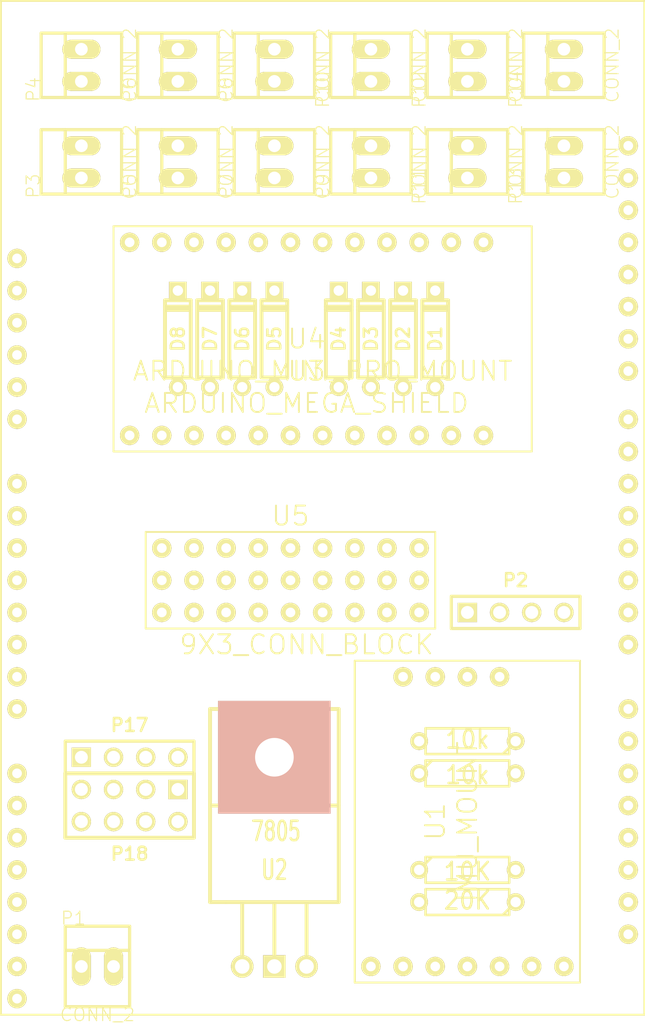
<source format=kicad_pcb>
(kicad_pcb (version 3) (host pcbnew "(2013-jul-07)-stable")

  (general
    (links 95)
    (no_connects 95)
    (area 0 0 0 0)
    (thickness 1.6)
    (drawings 0)
    (tracks 0)
    (zones 0)
    (modules 33)
    (nets 26)
  )

  (page A3)
  (layers
    (15 F.Cu signal)
    (0 B.Cu signal)
    (16 B.Adhes user)
    (17 F.Adhes user)
    (18 B.Paste user)
    (19 F.Paste user)
    (20 B.SilkS user)
    (21 F.SilkS user)
    (22 B.Mask user)
    (23 F.Mask user)
    (24 Dwgs.User user)
    (25 Cmts.User user)
    (26 Eco1.User user)
    (27 Eco2.User user)
    (28 Edge.Cuts user)
  )

  (setup
    (last_trace_width 0.254)
    (trace_clearance 0.254)
    (zone_clearance 0.508)
    (zone_45_only no)
    (trace_min 0.254)
    (segment_width 0.2)
    (edge_width 0.15)
    (via_size 0.889)
    (via_drill 0.635)
    (via_min_size 0.889)
    (via_min_drill 0.508)
    (uvia_size 0.508)
    (uvia_drill 0.127)
    (uvias_allowed no)
    (uvia_min_size 0.508)
    (uvia_min_drill 0.127)
    (pcb_text_width 0.3)
    (pcb_text_size 1.5 1.5)
    (mod_edge_width 0.15)
    (mod_text_size 1.5 1.5)
    (mod_text_width 0.15)
    (pad_size 1.524 1.524)
    (pad_drill 0.762)
    (pad_to_mask_clearance 0.2)
    (aux_axis_origin 0 0)
    (visible_elements FFFFFFBF)
    (pcbplotparams
      (layerselection 3178497)
      (usegerberextensions true)
      (excludeedgelayer true)
      (linewidth 0.100000)
      (plotframeref false)
      (viasonmask false)
      (mode 1)
      (useauxorigin false)
      (hpglpennumber 1)
      (hpglpenspeed 20)
      (hpglpendiameter 15)
      (hpglpenoverlay 2)
      (psnegative false)
      (psa4output false)
      (plotreference true)
      (plotvalue true)
      (plotothertext true)
      (plotinvisibletext false)
      (padsonsilk false)
      (subtractmaskfromsilk false)
      (outputformat 1)
      (mirror false)
      (drillshape 1)
      (scaleselection 1)
      (outputdirectory ""))
  )

  (net 0 "")
  (net 1 /GND)
  (net 2 /VCC)
  (net 3 N-000001)
  (net 4 N-0000016)
  (net 5 N-0000017)
  (net 6 N-0000018)
  (net 7 N-0000019)
  (net 8 N-000002)
  (net 9 N-000003)
  (net 10 N-0000031)
  (net 11 N-0000035)
  (net 12 N-0000037)
  (net 13 N-0000038)
  (net 14 N-0000039)
  (net 15 N-000004)
  (net 16 N-0000040)
  (net 17 N-0000041)
  (net 18 N-0000042)
  (net 19 N-0000052)
  (net 20 N-0000053)
  (net 21 N-0000055)
  (net 22 N-0000056)
  (net 23 N-0000062)
  (net 24 N-0000081)
  (net 25 N-0000082)

  (net_class Default "This is the default net class."
    (clearance 0.254)
    (trace_width 0.254)
    (via_dia 0.889)
    (via_drill 0.635)
    (uvia_dia 0.508)
    (uvia_drill 0.127)
    (add_net "")
    (add_net /GND)
    (add_net /VCC)
    (add_net N-000001)
    (add_net N-0000016)
    (add_net N-0000017)
    (add_net N-0000018)
    (add_net N-0000019)
    (add_net N-000002)
    (add_net N-000003)
    (add_net N-0000031)
    (add_net N-0000035)
    (add_net N-0000037)
    (add_net N-0000038)
    (add_net N-0000039)
    (add_net N-000004)
    (add_net N-0000040)
    (add_net N-0000041)
    (add_net N-0000042)
    (add_net N-0000052)
    (add_net N-0000053)
    (add_net N-0000055)
    (add_net N-0000056)
    (add_net N-0000062)
    (add_net N-0000081)
    (add_net N-0000082)
  )

  (module R3 (layer F.Cu) (tedit 4E4C0E65) (tstamp 5345C6FF)
    (at 62.23 116.84 180)
    (descr "Resitance 3 pas")
    (tags R)
    (path /5320CEF3)
    (autoplace_cost180 10)
    (fp_text reference R1 (at 0 0.127 180) (layer F.SilkS) hide
      (effects (font (size 1.397 1.27) (thickness 0.2032)))
    )
    (fp_text value 20K (at 0 0.127 180) (layer F.SilkS)
      (effects (font (size 1.397 1.27) (thickness 0.2032)))
    )
    (fp_line (start -3.81 0) (end -3.302 0) (layer F.SilkS) (width 0.2032))
    (fp_line (start 3.81 0) (end 3.302 0) (layer F.SilkS) (width 0.2032))
    (fp_line (start 3.302 0) (end 3.302 -1.016) (layer F.SilkS) (width 0.2032))
    (fp_line (start 3.302 -1.016) (end -3.302 -1.016) (layer F.SilkS) (width 0.2032))
    (fp_line (start -3.302 -1.016) (end -3.302 1.016) (layer F.SilkS) (width 0.2032))
    (fp_line (start -3.302 1.016) (end 3.302 1.016) (layer F.SilkS) (width 0.2032))
    (fp_line (start 3.302 1.016) (end 3.302 0) (layer F.SilkS) (width 0.2032))
    (fp_line (start -3.302 -0.508) (end -2.794 -1.016) (layer F.SilkS) (width 0.2032))
    (pad 1 thru_hole circle (at -3.81 0 180) (size 1.397 1.397) (drill 0.8128)
      (layers *.Cu *.Mask F.SilkS)
      (net 23 N-0000062)
    )
    (pad 2 thru_hole circle (at 3.81 0 180) (size 1.397 1.397) (drill 0.8128)
      (layers *.Cu *.Mask F.SilkS)
      (net 24 N-0000081)
    )
    (model discret/resistor.wrl
      (at (xyz 0 0 0))
      (scale (xyz 0.3 0.3 0.3))
      (rotate (xyz 0 0 0))
    )
  )

  (module R3 (layer F.Cu) (tedit 4E4C0E65) (tstamp 5345CB8B)
    (at 62.23 114.3)
    (descr "Resitance 3 pas")
    (tags R)
    (path /5320CF02)
    (autoplace_cost180 10)
    (fp_text reference R2 (at 0 0.127) (layer F.SilkS) hide
      (effects (font (size 1.397 1.27) (thickness 0.2032)))
    )
    (fp_text value 10K (at 0 0.127) (layer F.SilkS)
      (effects (font (size 1.397 1.27) (thickness 0.2032)))
    )
    (fp_line (start -3.81 0) (end -3.302 0) (layer F.SilkS) (width 0.2032))
    (fp_line (start 3.81 0) (end 3.302 0) (layer F.SilkS) (width 0.2032))
    (fp_line (start 3.302 0) (end 3.302 -1.016) (layer F.SilkS) (width 0.2032))
    (fp_line (start 3.302 -1.016) (end -3.302 -1.016) (layer F.SilkS) (width 0.2032))
    (fp_line (start -3.302 -1.016) (end -3.302 1.016) (layer F.SilkS) (width 0.2032))
    (fp_line (start -3.302 1.016) (end 3.302 1.016) (layer F.SilkS) (width 0.2032))
    (fp_line (start 3.302 1.016) (end 3.302 0) (layer F.SilkS) (width 0.2032))
    (fp_line (start -3.302 -0.508) (end -2.794 -1.016) (layer F.SilkS) (width 0.2032))
    (pad 1 thru_hole circle (at -3.81 0) (size 1.397 1.397) (drill 0.8128)
      (layers *.Cu *.Mask F.SilkS)
      (net 24 N-0000081)
    )
    (pad 2 thru_hole circle (at 3.81 0) (size 1.397 1.397) (drill 0.8128)
      (layers *.Cu *.Mask F.SilkS)
      (net 1 /GND)
    )
    (model discret/resistor.wrl
      (at (xyz 0 0 0))
      (scale (xyz 0.3 0.3 0.3))
      (rotate (xyz 0 0 0))
    )
  )

  (module PINHEAD1-2 (layer F.Cu) (tedit 4C5EDFB2) (tstamp 5345C718)
    (at 39.37 58.42 90)
    (path /5321281E)
    (attr virtual)
    (fp_text reference P5 (at -1.905 -3.81 90) (layer F.SilkS)
      (effects (font (size 1.016 1.016) (thickness 0.0889)))
    )
    (fp_text value CONN_2 (at 0 3.81 90) (layer F.SilkS)
      (effects (font (size 1.016 1.016) (thickness 0.0889)))
    )
    (fp_line (start 2.54 -1.27) (end -2.54 -1.27) (layer F.SilkS) (width 0.254))
    (fp_line (start 2.54 3.175) (end -2.54 3.175) (layer F.SilkS) (width 0.254))
    (fp_line (start -2.54 -3.175) (end 2.54 -3.175) (layer F.SilkS) (width 0.254))
    (fp_line (start -2.54 -3.175) (end -2.54 3.175) (layer F.SilkS) (width 0.254))
    (fp_line (start 2.54 -3.175) (end 2.54 3.175) (layer F.SilkS) (width 0.254))
    (pad 1 thru_hole oval (at -1.27 0 90) (size 1.50622 3.01498) (drill 0.99822)
      (layers *.Cu F.Paste F.SilkS F.Mask)
      (net 2 /VCC)
    )
    (pad 2 thru_hole oval (at 1.27 0 90) (size 1.50622 3.01498) (drill 0.99822)
      (layers *.Cu F.Paste F.SilkS F.Mask)
      (net 1 /GND)
    )
  )

  (module PINHEAD1-2 (layer F.Cu) (tedit 4C5EDFB2) (tstamp 5345C72E)
    (at 33.02 121.92)
    (path /53212E1B)
    (attr virtual)
    (fp_text reference P1 (at -1.905 -3.81) (layer F.SilkS)
      (effects (font (size 1.016 1.016) (thickness 0.0889)))
    )
    (fp_text value CONN_2 (at 0 3.81) (layer F.SilkS)
      (effects (font (size 1.016 1.016) (thickness 0.0889)))
    )
    (fp_line (start 2.54 -1.27) (end -2.54 -1.27) (layer F.SilkS) (width 0.254))
    (fp_line (start 2.54 3.175) (end -2.54 3.175) (layer F.SilkS) (width 0.254))
    (fp_line (start -2.54 -3.175) (end 2.54 -3.175) (layer F.SilkS) (width 0.254))
    (fp_line (start -2.54 -3.175) (end -2.54 3.175) (layer F.SilkS) (width 0.254))
    (fp_line (start 2.54 -3.175) (end 2.54 3.175) (layer F.SilkS) (width 0.254))
    (pad 1 thru_hole oval (at -1.27 0) (size 1.50622 3.01498) (drill 0.99822)
      (layers *.Cu F.Paste F.SilkS F.Mask)
      (net 1 /GND)
    )
    (pad 2 thru_hole oval (at 1.27 0) (size 1.50622 3.01498) (drill 0.99822)
      (layers *.Cu F.Paste F.SilkS F.Mask)
      (net 23 N-0000062)
    )
  )

  (module PINHEAD1-2 (layer F.Cu) (tedit 4C5EDFB2) (tstamp 5345C739)
    (at 69.85 58.42 90)
    (path /532128A9)
    (attr virtual)
    (fp_text reference P13 (at -1.905 -3.81 90) (layer F.SilkS)
      (effects (font (size 1.016 1.016) (thickness 0.0889)))
    )
    (fp_text value CONN_2 (at 0 3.81 90) (layer F.SilkS)
      (effects (font (size 1.016 1.016) (thickness 0.0889)))
    )
    (fp_line (start 2.54 -1.27) (end -2.54 -1.27) (layer F.SilkS) (width 0.254))
    (fp_line (start 2.54 3.175) (end -2.54 3.175) (layer F.SilkS) (width 0.254))
    (fp_line (start -2.54 -3.175) (end 2.54 -3.175) (layer F.SilkS) (width 0.254))
    (fp_line (start -2.54 -3.175) (end -2.54 3.175) (layer F.SilkS) (width 0.254))
    (fp_line (start 2.54 -3.175) (end 2.54 3.175) (layer F.SilkS) (width 0.254))
    (pad 1 thru_hole oval (at -1.27 0 90) (size 1.50622 3.01498) (drill 0.99822)
      (layers *.Cu F.Paste F.SilkS F.Mask)
      (net 2 /VCC)
    )
    (pad 2 thru_hole oval (at 1.27 0 90) (size 1.50622 3.01498) (drill 0.99822)
      (layers *.Cu F.Paste F.SilkS F.Mask)
      (net 1 /GND)
    )
  )

  (module PINHEAD1-2 (layer F.Cu) (tedit 4C5EDFB2) (tstamp 5345C744)
    (at 62.23 58.42 90)
    (path /5321289A)
    (attr virtual)
    (fp_text reference P11 (at -1.905 -3.81 90) (layer F.SilkS)
      (effects (font (size 1.016 1.016) (thickness 0.0889)))
    )
    (fp_text value CONN_2 (at 0 3.81 90) (layer F.SilkS)
      (effects (font (size 1.016 1.016) (thickness 0.0889)))
    )
    (fp_line (start 2.54 -1.27) (end -2.54 -1.27) (layer F.SilkS) (width 0.254))
    (fp_line (start 2.54 3.175) (end -2.54 3.175) (layer F.SilkS) (width 0.254))
    (fp_line (start -2.54 -3.175) (end 2.54 -3.175) (layer F.SilkS) (width 0.254))
    (fp_line (start -2.54 -3.175) (end -2.54 3.175) (layer F.SilkS) (width 0.254))
    (fp_line (start 2.54 -3.175) (end 2.54 3.175) (layer F.SilkS) (width 0.254))
    (pad 1 thru_hole oval (at -1.27 0 90) (size 1.50622 3.01498) (drill 0.99822)
      (layers *.Cu F.Paste F.SilkS F.Mask)
      (net 2 /VCC)
    )
    (pad 2 thru_hole oval (at 1.27 0 90) (size 1.50622 3.01498) (drill 0.99822)
      (layers *.Cu F.Paste F.SilkS F.Mask)
      (net 1 /GND)
    )
  )

  (module PINHEAD1-2 (layer F.Cu) (tedit 4C5EDFB2) (tstamp 5345C74F)
    (at 54.61 58.42 90)
    (path /5321288B)
    (attr virtual)
    (fp_text reference P9 (at -1.905 -3.81 90) (layer F.SilkS)
      (effects (font (size 1.016 1.016) (thickness 0.0889)))
    )
    (fp_text value CONN_2 (at 0 3.81 90) (layer F.SilkS)
      (effects (font (size 1.016 1.016) (thickness 0.0889)))
    )
    (fp_line (start 2.54 -1.27) (end -2.54 -1.27) (layer F.SilkS) (width 0.254))
    (fp_line (start 2.54 3.175) (end -2.54 3.175) (layer F.SilkS) (width 0.254))
    (fp_line (start -2.54 -3.175) (end 2.54 -3.175) (layer F.SilkS) (width 0.254))
    (fp_line (start -2.54 -3.175) (end -2.54 3.175) (layer F.SilkS) (width 0.254))
    (fp_line (start 2.54 -3.175) (end 2.54 3.175) (layer F.SilkS) (width 0.254))
    (pad 1 thru_hole oval (at -1.27 0 90) (size 1.50622 3.01498) (drill 0.99822)
      (layers *.Cu F.Paste F.SilkS F.Mask)
      (net 2 /VCC)
    )
    (pad 2 thru_hole oval (at 1.27 0 90) (size 1.50622 3.01498) (drill 0.99822)
      (layers *.Cu F.Paste F.SilkS F.Mask)
      (net 1 /GND)
    )
  )

  (module PINHEAD1-2 (layer F.Cu) (tedit 4C5EDFB2) (tstamp 5345C75A)
    (at 46.99 58.42 90)
    (path /5321287C)
    (attr virtual)
    (fp_text reference P7 (at -1.905 -3.81 90) (layer F.SilkS)
      (effects (font (size 1.016 1.016) (thickness 0.0889)))
    )
    (fp_text value CONN_2 (at 0 3.81 90) (layer F.SilkS)
      (effects (font (size 1.016 1.016) (thickness 0.0889)))
    )
    (fp_line (start 2.54 -1.27) (end -2.54 -1.27) (layer F.SilkS) (width 0.254))
    (fp_line (start 2.54 3.175) (end -2.54 3.175) (layer F.SilkS) (width 0.254))
    (fp_line (start -2.54 -3.175) (end 2.54 -3.175) (layer F.SilkS) (width 0.254))
    (fp_line (start -2.54 -3.175) (end -2.54 3.175) (layer F.SilkS) (width 0.254))
    (fp_line (start 2.54 -3.175) (end 2.54 3.175) (layer F.SilkS) (width 0.254))
    (pad 1 thru_hole oval (at -1.27 0 90) (size 1.50622 3.01498) (drill 0.99822)
      (layers *.Cu F.Paste F.SilkS F.Mask)
      (net 2 /VCC)
    )
    (pad 2 thru_hole oval (at 1.27 0 90) (size 1.50622 3.01498) (drill 0.99822)
      (layers *.Cu F.Paste F.SilkS F.Mask)
      (net 1 /GND)
    )
  )

  (module PINHEAD1-2 (layer F.Cu) (tedit 4C5EDFB2) (tstamp 5345C765)
    (at 31.75 58.42 90)
    (path /5321280F)
    (attr virtual)
    (fp_text reference P3 (at -1.905 -3.81 90) (layer F.SilkS)
      (effects (font (size 1.016 1.016) (thickness 0.0889)))
    )
    (fp_text value CONN_2 (at 0 3.81 90) (layer F.SilkS)
      (effects (font (size 1.016 1.016) (thickness 0.0889)))
    )
    (fp_line (start 2.54 -1.27) (end -2.54 -1.27) (layer F.SilkS) (width 0.254))
    (fp_line (start 2.54 3.175) (end -2.54 3.175) (layer F.SilkS) (width 0.254))
    (fp_line (start -2.54 -3.175) (end 2.54 -3.175) (layer F.SilkS) (width 0.254))
    (fp_line (start -2.54 -3.175) (end -2.54 3.175) (layer F.SilkS) (width 0.254))
    (fp_line (start 2.54 -3.175) (end 2.54 3.175) (layer F.SilkS) (width 0.254))
    (pad 1 thru_hole oval (at -1.27 0 90) (size 1.50622 3.01498) (drill 0.99822)
      (layers *.Cu F.Paste F.SilkS F.Mask)
      (net 2 /VCC)
    )
    (pad 2 thru_hole oval (at 1.27 0 90) (size 1.50622 3.01498) (drill 0.99822)
      (layers *.Cu F.Paste F.SilkS F.Mask)
      (net 1 /GND)
    )
  )

  (module PINHEAD1-2 (layer F.Cu) (tedit 4C5EDFB2) (tstamp 5345C770)
    (at 69.85 50.8 90)
    (path /53212800)
    (attr virtual)
    (fp_text reference P14 (at -1.905 -3.81 90) (layer F.SilkS)
      (effects (font (size 1.016 1.016) (thickness 0.0889)))
    )
    (fp_text value CONN_2 (at 0 3.81 90) (layer F.SilkS)
      (effects (font (size 1.016 1.016) (thickness 0.0889)))
    )
    (fp_line (start 2.54 -1.27) (end -2.54 -1.27) (layer F.SilkS) (width 0.254))
    (fp_line (start 2.54 3.175) (end -2.54 3.175) (layer F.SilkS) (width 0.254))
    (fp_line (start -2.54 -3.175) (end 2.54 -3.175) (layer F.SilkS) (width 0.254))
    (fp_line (start -2.54 -3.175) (end -2.54 3.175) (layer F.SilkS) (width 0.254))
    (fp_line (start 2.54 -3.175) (end 2.54 3.175) (layer F.SilkS) (width 0.254))
    (pad 1 thru_hole oval (at -1.27 0 90) (size 1.50622 3.01498) (drill 0.99822)
      (layers *.Cu F.Paste F.SilkS F.Mask)
      (net 23 N-0000062)
    )
    (pad 2 thru_hole oval (at 1.27 0 90) (size 1.50622 3.01498) (drill 0.99822)
      (layers *.Cu F.Paste F.SilkS F.Mask)
      (net 1 /GND)
    )
  )

  (module PINHEAD1-2 (layer F.Cu) (tedit 4C5EDFB2) (tstamp 5345C77B)
    (at 62.23 50.8 90)
    (path /532127F1)
    (attr virtual)
    (fp_text reference P12 (at -1.905 -3.81 90) (layer F.SilkS)
      (effects (font (size 1.016 1.016) (thickness 0.0889)))
    )
    (fp_text value CONN_2 (at 0 3.81 90) (layer F.SilkS)
      (effects (font (size 1.016 1.016) (thickness 0.0889)))
    )
    (fp_line (start 2.54 -1.27) (end -2.54 -1.27) (layer F.SilkS) (width 0.254))
    (fp_line (start 2.54 3.175) (end -2.54 3.175) (layer F.SilkS) (width 0.254))
    (fp_line (start -2.54 -3.175) (end 2.54 -3.175) (layer F.SilkS) (width 0.254))
    (fp_line (start -2.54 -3.175) (end -2.54 3.175) (layer F.SilkS) (width 0.254))
    (fp_line (start 2.54 -3.175) (end 2.54 3.175) (layer F.SilkS) (width 0.254))
    (pad 1 thru_hole oval (at -1.27 0 90) (size 1.50622 3.01498) (drill 0.99822)
      (layers *.Cu F.Paste F.SilkS F.Mask)
      (net 23 N-0000062)
    )
    (pad 2 thru_hole oval (at 1.27 0 90) (size 1.50622 3.01498) (drill 0.99822)
      (layers *.Cu F.Paste F.SilkS F.Mask)
      (net 1 /GND)
    )
  )

  (module PINHEAD1-2 (layer F.Cu) (tedit 4C5EDFB2) (tstamp 5345C786)
    (at 54.61 50.8 90)
    (path /532127E2)
    (attr virtual)
    (fp_text reference P10 (at -1.905 -3.81 90) (layer F.SilkS)
      (effects (font (size 1.016 1.016) (thickness 0.0889)))
    )
    (fp_text value CONN_2 (at 0 3.81 90) (layer F.SilkS)
      (effects (font (size 1.016 1.016) (thickness 0.0889)))
    )
    (fp_line (start 2.54 -1.27) (end -2.54 -1.27) (layer F.SilkS) (width 0.254))
    (fp_line (start 2.54 3.175) (end -2.54 3.175) (layer F.SilkS) (width 0.254))
    (fp_line (start -2.54 -3.175) (end 2.54 -3.175) (layer F.SilkS) (width 0.254))
    (fp_line (start -2.54 -3.175) (end -2.54 3.175) (layer F.SilkS) (width 0.254))
    (fp_line (start 2.54 -3.175) (end 2.54 3.175) (layer F.SilkS) (width 0.254))
    (pad 1 thru_hole oval (at -1.27 0 90) (size 1.50622 3.01498) (drill 0.99822)
      (layers *.Cu F.Paste F.SilkS F.Mask)
      (net 23 N-0000062)
    )
    (pad 2 thru_hole oval (at 1.27 0 90) (size 1.50622 3.01498) (drill 0.99822)
      (layers *.Cu F.Paste F.SilkS F.Mask)
      (net 1 /GND)
    )
  )

  (module PINHEAD1-2 (layer F.Cu) (tedit 4C5EDFB2) (tstamp 5345C791)
    (at 46.99 50.8 90)
    (path /532127D3)
    (attr virtual)
    (fp_text reference P8 (at -1.905 -3.81 90) (layer F.SilkS)
      (effects (font (size 1.016 1.016) (thickness 0.0889)))
    )
    (fp_text value CONN_2 (at 0 3.81 90) (layer F.SilkS)
      (effects (font (size 1.016 1.016) (thickness 0.0889)))
    )
    (fp_line (start 2.54 -1.27) (end -2.54 -1.27) (layer F.SilkS) (width 0.254))
    (fp_line (start 2.54 3.175) (end -2.54 3.175) (layer F.SilkS) (width 0.254))
    (fp_line (start -2.54 -3.175) (end 2.54 -3.175) (layer F.SilkS) (width 0.254))
    (fp_line (start -2.54 -3.175) (end -2.54 3.175) (layer F.SilkS) (width 0.254))
    (fp_line (start 2.54 -3.175) (end 2.54 3.175) (layer F.SilkS) (width 0.254))
    (pad 1 thru_hole oval (at -1.27 0 90) (size 1.50622 3.01498) (drill 0.99822)
      (layers *.Cu F.Paste F.SilkS F.Mask)
      (net 23 N-0000062)
    )
    (pad 2 thru_hole oval (at 1.27 0 90) (size 1.50622 3.01498) (drill 0.99822)
      (layers *.Cu F.Paste F.SilkS F.Mask)
      (net 1 /GND)
    )
  )

  (module PINHEAD1-2 (layer F.Cu) (tedit 4C5EDFB2) (tstamp 5345C79C)
    (at 39.37 50.8 90)
    (path /532127B5)
    (attr virtual)
    (fp_text reference P6 (at -1.905 -3.81 90) (layer F.SilkS)
      (effects (font (size 1.016 1.016) (thickness 0.0889)))
    )
    (fp_text value CONN_2 (at 0 3.81 90) (layer F.SilkS)
      (effects (font (size 1.016 1.016) (thickness 0.0889)))
    )
    (fp_line (start 2.54 -1.27) (end -2.54 -1.27) (layer F.SilkS) (width 0.254))
    (fp_line (start 2.54 3.175) (end -2.54 3.175) (layer F.SilkS) (width 0.254))
    (fp_line (start -2.54 -3.175) (end 2.54 -3.175) (layer F.SilkS) (width 0.254))
    (fp_line (start -2.54 -3.175) (end -2.54 3.175) (layer F.SilkS) (width 0.254))
    (fp_line (start 2.54 -3.175) (end 2.54 3.175) (layer F.SilkS) (width 0.254))
    (pad 1 thru_hole oval (at -1.27 0 90) (size 1.50622 3.01498) (drill 0.99822)
      (layers *.Cu F.Paste F.SilkS F.Mask)
      (net 23 N-0000062)
    )
    (pad 2 thru_hole oval (at 1.27 0 90) (size 1.50622 3.01498) (drill 0.99822)
      (layers *.Cu F.Paste F.SilkS F.Mask)
      (net 1 /GND)
    )
  )

  (module PINHEAD1-2 (layer F.Cu) (tedit 4C5EDFB2) (tstamp 5345C7A7)
    (at 31.75 50.8 90)
    (path /53212777)
    (attr virtual)
    (fp_text reference P4 (at -1.905 -3.81 90) (layer F.SilkS)
      (effects (font (size 1.016 1.016) (thickness 0.0889)))
    )
    (fp_text value CONN_2 (at 0 3.81 90) (layer F.SilkS)
      (effects (font (size 1.016 1.016) (thickness 0.0889)))
    )
    (fp_line (start 2.54 -1.27) (end -2.54 -1.27) (layer F.SilkS) (width 0.254))
    (fp_line (start 2.54 3.175) (end -2.54 3.175) (layer F.SilkS) (width 0.254))
    (fp_line (start -2.54 -3.175) (end 2.54 -3.175) (layer F.SilkS) (width 0.254))
    (fp_line (start -2.54 -3.175) (end -2.54 3.175) (layer F.SilkS) (width 0.254))
    (fp_line (start 2.54 -3.175) (end 2.54 3.175) (layer F.SilkS) (width 0.254))
    (pad 1 thru_hole oval (at -1.27 0 90) (size 1.50622 3.01498) (drill 0.99822)
      (layers *.Cu F.Paste F.SilkS F.Mask)
      (net 23 N-0000062)
    )
    (pad 2 thru_hole oval (at 1.27 0 90) (size 1.50622 3.01498) (drill 0.99822)
      (layers *.Cu F.Paste F.SilkS F.Mask)
      (net 1 /GND)
    )
  )

  (module PIN_ARRAY_4x1 (layer F.Cu) (tedit 4C10F42E) (tstamp 5345C9DE)
    (at 66.04 93.98)
    (descr "Double rangee de contacts 2 x 5 pins")
    (tags CONN)
    (path /53497310)
    (fp_text reference P2 (at 0 -2.54) (layer F.SilkS)
      (effects (font (size 1.016 1.016) (thickness 0.2032)))
    )
    (fp_text value HC-SR04_PROXSENS (at 0 2.54) (layer F.SilkS) hide
      (effects (font (size 1.016 1.016) (thickness 0.2032)))
    )
    (fp_line (start 5.08 1.27) (end -5.08 1.27) (layer F.SilkS) (width 0.254))
    (fp_line (start 5.08 -1.27) (end -5.08 -1.27) (layer F.SilkS) (width 0.254))
    (fp_line (start -5.08 -1.27) (end -5.08 1.27) (layer F.SilkS) (width 0.254))
    (fp_line (start 5.08 1.27) (end 5.08 -1.27) (layer F.SilkS) (width 0.254))
    (pad 1 thru_hole rect (at -3.81 0) (size 1.524 1.524) (drill 1.016)
      (layers *.Cu *.Mask F.SilkS)
      (net 2 /VCC)
    )
    (pad 2 thru_hole circle (at -1.27 0) (size 1.524 1.524) (drill 1.016)
      (layers *.Cu *.Mask F.SilkS)
      (net 19 N-0000052)
    )
    (pad 3 thru_hole circle (at 1.27 0) (size 1.524 1.524) (drill 1.016)
      (layers *.Cu *.Mask F.SilkS)
      (net 21 N-0000055)
    )
    (pad 4 thru_hole circle (at 3.81 0) (size 1.524 1.524) (drill 1.016)
      (layers *.Cu *.Mask F.SilkS)
      (net 1 /GND)
    )
    (model pin_array\pins_array_4x1.wrl
      (at (xyz 0 0 0))
      (scale (xyz 1 1 1))
      (rotate (xyz 0 0 0))
    )
  )

  (module LM78XX (layer F.Cu) (tedit 200000) (tstamp 5345C7C5)
    (at 46.99 121.92 90)
    (descr "Regulateur TO220 serie LM78xx")
    (tags "TR TO220")
    (path /5320D1B3)
    (fp_text reference U2 (at 7.62 0 180) (layer F.SilkS)
      (effects (font (size 1.524 1.016) (thickness 0.2032)))
    )
    (fp_text value 7805 (at 10.668 0.127 180) (layer F.SilkS)
      (effects (font (size 1.524 1.016) (thickness 0.2032)))
    )
    (fp_line (start 0 -2.54) (end 5.08 -2.54) (layer F.SilkS) (width 0.3048))
    (fp_line (start 0 0) (end 5.08 0) (layer F.SilkS) (width 0.3048))
    (fp_line (start 0 2.54) (end 5.08 2.54) (layer F.SilkS) (width 0.3048))
    (fp_line (start 5.08 -3.81) (end 5.08 5.08) (layer F.SilkS) (width 0.3048))
    (fp_line (start 5.08 5.08) (end 20.32 5.08) (layer F.SilkS) (width 0.3048))
    (fp_line (start 20.32 5.08) (end 20.32 -5.08) (layer F.SilkS) (width 0.3048))
    (fp_line (start 5.08 -3.81) (end 5.08 -5.08) (layer F.SilkS) (width 0.3048))
    (fp_line (start 12.7 3.81) (end 12.7 -5.08) (layer F.SilkS) (width 0.3048))
    (fp_line (start 12.7 3.81) (end 12.7 5.08) (layer F.SilkS) (width 0.3048))
    (fp_line (start 5.08 -5.08) (end 20.32 -5.08) (layer F.SilkS) (width 0.3048))
    (pad 4 thru_hole rect (at 16.51 0 90) (size 8.89 8.89) (drill 3.048)
      (layers *.Cu *.SilkS *.Mask)
    )
    (pad VI thru_hole circle (at 0 -2.54 90) (size 1.778 1.778) (drill 1.143)
      (layers *.Cu *.Mask F.SilkS)
      (net 23 N-0000062)
    )
    (pad GND thru_hole rect (at 0 0 90) (size 1.778 1.778) (drill 1.143)
      (layers *.Cu *.Mask F.SilkS)
      (net 1 /GND)
    )
    (pad VO thru_hole circle (at 0 2.54 90) (size 1.778 1.778) (drill 1.143)
      (layers *.Cu *.Mask F.SilkS)
      (net 2 /VCC)
    )
    (model discret/to220_horiz.wrl
      (at (xyz 0 0 0))
      (scale (xyz 1 1 1))
      (rotate (xyz 0 0 0))
    )
  )

  (module IMU_Mount (layer F.Cu) (tedit 5345AAF9) (tstamp 5345C7DA)
    (at 62.23 110.49 90)
    (path /532A16AB)
    (fp_text reference U1 (at 0 -2.54 90) (layer F.SilkS)
      (effects (font (size 1.5 1.5) (thickness 0.15)))
    )
    (fp_text value IMU_MOUNT (at 0 0 90) (layer F.SilkS)
      (effects (font (size 1.5 1.5) (thickness 0.15)))
    )
    (fp_line (start -12.7 8.89) (end 12.7 8.89) (layer F.SilkS) (width 0.15))
    (fp_line (start -12.7 8.89) (end -12.7 -8.89) (layer F.SilkS) (width 0.15))
    (fp_line (start 12.7 8.89) (end 12.7 -8.89) (layer F.SilkS) (width 0.15))
    (fp_line (start -12.7 -8.89) (end 12.7 -8.89) (layer F.SilkS) (width 0.15))
    (fp_line (start -12.7 -8.89) (end 12.7 -8.89) (layer F.SilkS) (width 0.15))
    (fp_line (start 12.7 -8.89) (end -12.7 -8.89) (layer F.SilkS) (width 0.15))
    (pad 1 thru_hole circle (at 11.43 2.54 90) (size 1.524 1.524) (drill 0.762)
      (layers *.Cu *.Mask F.SilkS)
      (net 22 N-0000056)
    )
    (pad 2 thru_hole circle (at 11.43 0 90) (size 1.524 1.524) (drill 0.762)
      (layers *.Cu *.Mask F.SilkS)
      (net 20 N-0000053)
    )
    (pad 3 thru_hole circle (at 11.43 -2.54 90) (size 1.524 1.524) (drill 0.762)
      (layers *.Cu *.Mask F.SilkS)
      (net 2 /VCC)
    )
    (pad 4 thru_hole circle (at 11.43 -5.08 90) (size 1.524 1.524) (drill 0.762)
      (layers *.Cu *.Mask F.SilkS)
      (net 1 /GND)
    )
    (pad 5 thru_hole circle (at -11.43 7.62 90) (size 1.524 1.524) (drill 0.762)
      (layers *.Cu *.Mask F.SilkS)
    )
    (pad 6 thru_hole circle (at -11.43 5.08 90) (size 1.524 1.524) (drill 0.762)
      (layers *.Cu *.Mask F.SilkS)
    )
    (pad 7 thru_hole circle (at -11.43 2.54 90) (size 1.524 1.524) (drill 0.762)
      (layers *.Cu *.Mask F.SilkS)
    )
    (pad 8 thru_hole circle (at -11.43 0 90) (size 1.524 1.524) (drill 0.762)
      (layers *.Cu *.Mask F.SilkS)
    )
    (pad 9 thru_hole circle (at -11.43 -2.54 90) (size 1.524 1.524) (drill 0.762)
      (layers *.Cu *.Mask F.SilkS)
    )
    (pad 10 thru_hole circle (at -11.43 -5.08 90) (size 1.524 1.524) (drill 0.762)
      (layers *.Cu *.Mask F.SilkS)
    )
    (pad 11 thru_hole circle (at -11.43 -7.62 90) (size 1.524 1.524) (drill 0.762)
      (layers *.Cu *.Mask F.SilkS)
    )
  )

  (module Arduino_Mega_Shield_Partial (layer F.Cu) (tedit 534952A0) (tstamp 5349AB6C)
    (at 49.53 77.47)
    (path /532A24F4)
    (fp_text reference U3 (at 0 -2.54) (layer F.SilkS)
      (effects (font (size 1.5 1.5) (thickness 0.15)))
    )
    (fp_text value ARDUINO_MEGA_SHIELD (at 0 0) (layer F.SilkS)
      (effects (font (size 1.5 1.5) (thickness 0.15)))
    )
    (fp_line (start 26.67 -31.75) (end 26.67 48.26) (layer F.SilkS) (width 0.15))
    (fp_line (start -24.13 48.26) (end -24.13 -31.75) (layer F.SilkS) (width 0.15))
    (fp_line (start 26.67 48.26) (end -24.13 48.26) (layer F.SilkS) (width 0.15))
    (fp_line (start 26.67 -31.75) (end -24.13 -31.75) (layer F.SilkS) (width 0.15))
    (pad 1 thru_hole circle (at -22.86 -11.43) (size 1.524 1.524) (drill 0.762)
      (layers *.Cu *.Mask F.SilkS)
    )
    (pad 2 thru_hole circle (at -22.86 -8.89) (size 1.524 1.524) (drill 0.762)
      (layers *.Cu *.Mask F.SilkS)
    )
    (pad 3 thru_hole circle (at -22.86 -6.35) (size 1.524 1.524) (drill 0.762)
      (layers *.Cu *.Mask F.SilkS)
      (net 25 N-0000082)
    )
    (pad 4 thru_hole circle (at -22.86 -3.81) (size 1.524 1.524) (drill 0.762)
      (layers *.Cu *.Mask F.SilkS)
      (net 1 /GND)
    )
    (pad 5 thru_hole circle (at -22.86 -1.27) (size 1.524 1.524) (drill 0.762)
      (layers *.Cu *.Mask F.SilkS)
    )
    (pad 6 thru_hole circle (at -22.86 1.27) (size 1.524 1.524) (drill 0.762)
      (layers *.Cu *.Mask F.SilkS)
      (net 2 /VCC)
    )
    (pad 7 thru_hole circle (at -22.86 6.35) (size 1.524 1.524) (drill 0.762)
      (layers *.Cu *.Mask F.SilkS)
      (net 24 N-0000081)
    )
    (pad 8 thru_hole circle (at -22.86 8.89) (size 1.524 1.524) (drill 0.762)
      (layers *.Cu *.Mask F.SilkS)
    )
    (pad 9 thru_hole circle (at -22.86 11.43) (size 1.524 1.524) (drill 0.762)
      (layers *.Cu *.Mask F.SilkS)
    )
    (pad 10 thru_hole circle (at -22.86 13.97) (size 1.524 1.524) (drill 0.762)
      (layers *.Cu *.Mask F.SilkS)
    )
    (pad 11 thru_hole circle (at -22.86 16.51) (size 1.524 1.524) (drill 0.762)
      (layers *.Cu *.Mask F.SilkS)
    )
    (pad 12 thru_hole circle (at -22.86 19.05) (size 1.524 1.524) (drill 0.762)
      (layers *.Cu *.Mask F.SilkS)
    )
    (pad 13 thru_hole circle (at -22.86 21.59) (size 1.524 1.524) (drill 0.762)
      (layers *.Cu *.Mask F.SilkS)
    )
    (pad 14 thru_hole circle (at -22.86 24.13) (size 1.524 1.524) (drill 0.762)
      (layers *.Cu *.Mask F.SilkS)
    )
    (pad 15 thru_hole circle (at -22.86 29.21) (size 1.524 1.524) (drill 0.762)
      (layers *.Cu *.Mask F.SilkS)
    )
    (pad 16 thru_hole circle (at -22.86 31.75) (size 1.524 1.524) (drill 0.762)
      (layers *.Cu *.Mask F.SilkS)
    )
    (pad 17 thru_hole circle (at -22.86 34.29) (size 1.524 1.524) (drill 0.762)
      (layers *.Cu *.Mask F.SilkS)
    )
    (pad 18 thru_hole circle (at -22.86 36.83) (size 1.524 1.524) (drill 0.762)
      (layers *.Cu *.Mask F.SilkS)
    )
    (pad 19 thru_hole circle (at -22.86 39.37) (size 1.524 1.524) (drill 0.762)
      (layers *.Cu *.Mask F.SilkS)
    )
    (pad 20 thru_hole circle (at -22.86 41.91) (size 1.524 1.524) (drill 0.762)
      (layers *.Cu *.Mask F.SilkS)
    )
    (pad 21 thru_hole circle (at -22.86 44.45) (size 1.524 1.524) (drill 0.762)
      (layers *.Cu *.Mask F.SilkS)
    )
    (pad 23 thru_hole circle (at 25.4 41.91) (size 1.524 1.524) (drill 0.762)
      (layers *.Cu *.Mask F.SilkS)
      (net 22 N-0000056)
    )
    (pad 24 thru_hole circle (at 25.4 39.37) (size 1.524 1.524) (drill 0.762)
      (layers *.Cu *.Mask F.SilkS)
      (net 20 N-0000053)
    )
    (pad 25 thru_hole circle (at 25.4 36.83) (size 1.524 1.524) (drill 0.762)
      (layers *.Cu *.Mask F.SilkS)
      (net 17 N-0000041)
    )
    (pad 26 thru_hole circle (at 25.4 34.29) (size 1.524 1.524) (drill 0.762)
      (layers *.Cu *.Mask F.SilkS)
      (net 18 N-0000042)
    )
    (pad 27 thru_hole circle (at 25.4 31.75) (size 1.524 1.524) (drill 0.762)
      (layers *.Cu *.Mask F.SilkS)
    )
    (pad 28 thru_hole circle (at 25.4 29.21) (size 1.524 1.524) (drill 0.762)
      (layers *.Cu *.Mask F.SilkS)
    )
    (pad 29 thru_hole circle (at 25.4 26.67) (size 1.524 1.524) (drill 0.762)
      (layers *.Cu *.Mask F.SilkS)
    )
    (pad 30 thru_hole circle (at 25.4 24.13) (size 1.524 1.524) (drill 0.762)
      (layers *.Cu *.Mask F.SilkS)
    )
    (pad 31 thru_hole circle (at 25.4 19.05) (size 1.524 1.524) (drill 0.762)
      (layers *.Cu *.Mask F.SilkS)
    )
    (pad 32 thru_hole circle (at 25.4 16.51) (size 1.524 1.524) (drill 0.762)
      (layers *.Cu *.Mask F.SilkS)
    )
    (pad 33 thru_hole circle (at 25.4 13.97) (size 1.524 1.524) (drill 0.762)
      (layers *.Cu *.Mask F.SilkS)
    )
    (pad 34 thru_hole circle (at 25.4 11.43) (size 1.524 1.524) (drill 0.762)
      (layers *.Cu *.Mask F.SilkS)
    )
    (pad 35 thru_hole circle (at 25.4 8.89) (size 1.524 1.524) (drill 0.762)
      (layers *.Cu *.Mask F.SilkS)
    )
    (pad 36 thru_hole circle (at 25.4 6.35) (size 1.524 1.524) (drill 0.762)
      (layers *.Cu *.Mask F.SilkS)
    )
    (pad 37 thru_hole circle (at 25.4 3.81) (size 1.524 1.524) (drill 0.762)
      (layers *.Cu *.Mask F.SilkS)
    )
    (pad 38 thru_hole circle (at 25.4 1.27) (size 1.524 1.524) (drill 0.762)
      (layers *.Cu *.Mask F.SilkS)
    )
    (pad 39 thru_hole circle (at 25.4 -2.54) (size 1.524 1.524) (drill 0.762)
      (layers *.Cu *.Mask F.SilkS)
    )
    (pad 40 thru_hole circle (at 25.4 -5.08) (size 1.524 1.524) (drill 0.762)
      (layers *.Cu *.Mask F.SilkS)
    )
    (pad 41 thru_hole circle (at 25.4 -7.62) (size 1.524 1.524) (drill 0.762)
      (layers *.Cu *.Mask F.SilkS)
    )
    (pad 42 thru_hole circle (at 25.4 -10.16) (size 1.524 1.524) (drill 0.762)
      (layers *.Cu *.Mask F.SilkS)
    )
    (pad 43 thru_hole circle (at 25.4 -12.7) (size 1.524 1.524) (drill 0.762)
      (layers *.Cu *.Mask F.SilkS)
      (net 21 N-0000055)
    )
    (pad 44 thru_hole circle (at 25.4 -15.24) (size 1.524 1.524) (drill 0.762)
      (layers *.Cu *.Mask F.SilkS)
      (net 19 N-0000052)
    )
    (pad 45 thru_hole circle (at 25.4 -17.78) (size 1.524 1.524) (drill 0.762)
      (layers *.Cu *.Mask F.SilkS)
    )
    (pad 46 thru_hole circle (at 25.4 -20.32) (size 1.524 1.524) (drill 0.762)
      (layers *.Cu *.Mask F.SilkS)
      (net 25 N-0000082)
    )
    (pad 22 thru_hole circle (at -22.86 46.99) (size 1.524 1.524) (drill 0.762)
      (layers *.Cu *.Mask F.SilkS)
    )
  )

  (module R3 (layer F.Cu) (tedit 4E4C0E65) (tstamp 5349AFDB)
    (at 62.23 104.14 180)
    (descr "Resitance 3 pas")
    (tags R)
    (path /53496D70)
    (autoplace_cost180 10)
    (fp_text reference R3 (at 0 0.127 180) (layer F.SilkS) hide
      (effects (font (size 1.397 1.27) (thickness 0.2032)))
    )
    (fp_text value 10k (at 0 0.127 180) (layer F.SilkS)
      (effects (font (size 1.397 1.27) (thickness 0.2032)))
    )
    (fp_line (start -3.81 0) (end -3.302 0) (layer F.SilkS) (width 0.2032))
    (fp_line (start 3.81 0) (end 3.302 0) (layer F.SilkS) (width 0.2032))
    (fp_line (start 3.302 0) (end 3.302 -1.016) (layer F.SilkS) (width 0.2032))
    (fp_line (start 3.302 -1.016) (end -3.302 -1.016) (layer F.SilkS) (width 0.2032))
    (fp_line (start -3.302 -1.016) (end -3.302 1.016) (layer F.SilkS) (width 0.2032))
    (fp_line (start -3.302 1.016) (end 3.302 1.016) (layer F.SilkS) (width 0.2032))
    (fp_line (start 3.302 1.016) (end 3.302 0) (layer F.SilkS) (width 0.2032))
    (fp_line (start -3.302 -0.508) (end -2.794 -1.016) (layer F.SilkS) (width 0.2032))
    (pad 1 thru_hole circle (at -3.81 0 180) (size 1.397 1.397) (drill 0.8128)
      (layers *.Cu *.Mask F.SilkS)
      (net 1 /GND)
    )
    (pad 2 thru_hole circle (at 3.81 0 180) (size 1.397 1.397) (drill 0.8128)
      (layers *.Cu *.Mask F.SilkS)
      (net 10 N-0000031)
    )
    (model discret/resistor.wrl
      (at (xyz 0 0 0))
      (scale (xyz 0.3 0.3 0.3))
      (rotate (xyz 0 0 0))
    )
  )

  (module R3 (layer F.Cu) (tedit 4E4C0E65) (tstamp 5349AFE9)
    (at 62.23 106.68)
    (descr "Resitance 3 pas")
    (tags R)
    (path /53496D82)
    (autoplace_cost180 10)
    (fp_text reference R4 (at 0 0.127) (layer F.SilkS) hide
      (effects (font (size 1.397 1.27) (thickness 0.2032)))
    )
    (fp_text value 10k (at 0 0.127) (layer F.SilkS)
      (effects (font (size 1.397 1.27) (thickness 0.2032)))
    )
    (fp_line (start -3.81 0) (end -3.302 0) (layer F.SilkS) (width 0.2032))
    (fp_line (start 3.81 0) (end 3.302 0) (layer F.SilkS) (width 0.2032))
    (fp_line (start 3.302 0) (end 3.302 -1.016) (layer F.SilkS) (width 0.2032))
    (fp_line (start 3.302 -1.016) (end -3.302 -1.016) (layer F.SilkS) (width 0.2032))
    (fp_line (start -3.302 -1.016) (end -3.302 1.016) (layer F.SilkS) (width 0.2032))
    (fp_line (start -3.302 1.016) (end 3.302 1.016) (layer F.SilkS) (width 0.2032))
    (fp_line (start 3.302 1.016) (end 3.302 0) (layer F.SilkS) (width 0.2032))
    (fp_line (start -3.302 -0.508) (end -2.794 -1.016) (layer F.SilkS) (width 0.2032))
    (pad 1 thru_hole circle (at -3.81 0) (size 1.397 1.397) (drill 0.8128)
      (layers *.Cu *.Mask F.SilkS)
      (net 6 N-0000018)
    )
    (pad 2 thru_hole circle (at 3.81 0) (size 1.397 1.397) (drill 0.8128)
      (layers *.Cu *.Mask F.SilkS)
      (net 1 /GND)
    )
    (model discret/resistor.wrl
      (at (xyz 0 0 0))
      (scale (xyz 0.3 0.3 0.3))
      (rotate (xyz 0 0 0))
    )
  )

  (module pin_array_4x2 (layer F.Cu) (tedit 3FAB90E6) (tstamp 5349B004)
    (at 35.56 109.22 180)
    (descr "Double rangee de contacts 2 x 4 pins")
    (tags CONN)
    (path /53496DB9)
    (fp_text reference P18 (at 0 -3.81 180) (layer F.SilkS)
      (effects (font (size 1.016 1.016) (thickness 0.2032)))
    )
    (fp_text value "ESC P & G" (at 0 3.81 180) (layer F.SilkS) hide
      (effects (font (size 1.016 1.016) (thickness 0.2032)))
    )
    (fp_line (start -5.08 -2.54) (end 5.08 -2.54) (layer F.SilkS) (width 0.3048))
    (fp_line (start 5.08 -2.54) (end 5.08 2.54) (layer F.SilkS) (width 0.3048))
    (fp_line (start 5.08 2.54) (end -5.08 2.54) (layer F.SilkS) (width 0.3048))
    (fp_line (start -5.08 2.54) (end -5.08 -2.54) (layer F.SilkS) (width 0.3048))
    (pad 1 thru_hole rect (at -3.81 1.27 180) (size 1.524 1.524) (drill 1.016)
      (layers *.Cu *.Mask F.SilkS)
      (net 2 /VCC)
    )
    (pad 2 thru_hole circle (at -3.81 -1.27 180) (size 1.524 1.524) (drill 1.016)
      (layers *.Cu *.Mask F.SilkS)
      (net 1 /GND)
    )
    (pad 3 thru_hole circle (at -1.27 1.27 180) (size 1.524 1.524) (drill 1.016)
      (layers *.Cu *.Mask F.SilkS)
      (net 2 /VCC)
    )
    (pad 4 thru_hole circle (at -1.27 -1.27 180) (size 1.524 1.524) (drill 1.016)
      (layers *.Cu *.Mask F.SilkS)
      (net 1 /GND)
    )
    (pad 5 thru_hole circle (at 1.27 1.27 180) (size 1.524 1.524) (drill 1.016)
      (layers *.Cu *.Mask F.SilkS)
      (net 2 /VCC)
    )
    (pad 6 thru_hole circle (at 1.27 -1.27 180) (size 1.524 1.524) (drill 1.016)
      (layers *.Cu *.Mask F.SilkS)
      (net 1 /GND)
    )
    (pad 7 thru_hole circle (at 3.81 1.27 180) (size 1.524 1.524) (drill 1.016)
      (layers *.Cu *.Mask F.SilkS)
      (net 2 /VCC)
    )
    (pad 8 thru_hole circle (at 3.81 -1.27 180) (size 1.524 1.524) (drill 1.016)
      (layers *.Cu *.Mask F.SilkS)
      (net 1 /GND)
    )
    (model pin_array/pins_array_4x2.wrl
      (at (xyz 0 0 0))
      (scale (xyz 1 1 1))
      (rotate (xyz 0 0 0))
    )
  )

  (module PIN_ARRAY_4x1 (layer F.Cu) (tedit 4C10F42E) (tstamp 5349B010)
    (at 35.56 105.41)
    (descr "Double rangee de contacts 2 x 5 pins")
    (tags CONN)
    (path /53496DBF)
    (fp_text reference P17 (at 0 -2.54) (layer F.SilkS)
      (effects (font (size 1.016 1.016) (thickness 0.2032)))
    )
    (fp_text value "ESC Sig" (at 0 2.54) (layer F.SilkS) hide
      (effects (font (size 1.016 1.016) (thickness 0.2032)))
    )
    (fp_line (start 5.08 1.27) (end -5.08 1.27) (layer F.SilkS) (width 0.254))
    (fp_line (start 5.08 -1.27) (end -5.08 -1.27) (layer F.SilkS) (width 0.254))
    (fp_line (start -5.08 -1.27) (end -5.08 1.27) (layer F.SilkS) (width 0.254))
    (fp_line (start 5.08 1.27) (end 5.08 -1.27) (layer F.SilkS) (width 0.254))
    (pad 1 thru_hole rect (at -3.81 0) (size 1.524 1.524) (drill 1.016)
      (layers *.Cu *.Mask F.SilkS)
      (net 15 N-000004)
    )
    (pad 2 thru_hole circle (at -1.27 0) (size 1.524 1.524) (drill 1.016)
      (layers *.Cu *.Mask F.SilkS)
      (net 9 N-000003)
    )
    (pad 3 thru_hole circle (at 1.27 0) (size 1.524 1.524) (drill 1.016)
      (layers *.Cu *.Mask F.SilkS)
      (net 8 N-000002)
    )
    (pad 4 thru_hole circle (at 3.81 0) (size 1.524 1.524) (drill 1.016)
      (layers *.Cu *.Mask F.SilkS)
      (net 3 N-000001)
    )
    (model pin_array\pins_array_4x1.wrl
      (at (xyz 0 0 0))
      (scale (xyz 1 1 1))
      (rotate (xyz 0 0 0))
    )
  )

  (module D3 (layer F.Cu) (tedit 200000) (tstamp 5349B02C)
    (at 59.69 72.39 90)
    (descr "Diode 3 pas")
    (tags "DIODE DEV")
    (path /53496D88)
    (fp_text reference D1 (at 0 0 90) (layer F.SilkS)
      (effects (font (size 1.016 1.016) (thickness 0.2032)))
    )
    (fp_text value DIODE (at 0 0 90) (layer F.SilkS) hide
      (effects (font (size 1.016 1.016) (thickness 0.2032)))
    )
    (fp_line (start 3.81 0) (end 3.048 0) (layer F.SilkS) (width 0.3048))
    (fp_line (start 3.048 0) (end 3.048 -1.016) (layer F.SilkS) (width 0.3048))
    (fp_line (start 3.048 -1.016) (end -3.048 -1.016) (layer F.SilkS) (width 0.3048))
    (fp_line (start -3.048 -1.016) (end -3.048 0) (layer F.SilkS) (width 0.3048))
    (fp_line (start -3.048 0) (end -3.81 0) (layer F.SilkS) (width 0.3048))
    (fp_line (start -3.048 0) (end -3.048 1.016) (layer F.SilkS) (width 0.3048))
    (fp_line (start -3.048 1.016) (end 3.048 1.016) (layer F.SilkS) (width 0.3048))
    (fp_line (start 3.048 1.016) (end 3.048 0) (layer F.SilkS) (width 0.3048))
    (fp_line (start 2.54 -1.016) (end 2.54 1.016) (layer F.SilkS) (width 0.3048))
    (fp_line (start 2.286 1.016) (end 2.286 -1.016) (layer F.SilkS) (width 0.3048))
    (pad 2 thru_hole rect (at 3.81 0 90) (size 1.397 1.397) (drill 0.8128)
      (layers *.Cu *.Mask F.SilkS)
      (net 6 N-0000018)
    )
    (pad 1 thru_hole circle (at -3.81 0 90) (size 1.397 1.397) (drill 0.8128)
      (layers *.Cu *.Mask F.SilkS)
      (net 11 N-0000035)
    )
    (model discret/diode.wrl
      (at (xyz 0 0 0))
      (scale (xyz 0.3 0.3 0.3))
      (rotate (xyz 0 0 0))
    )
  )

  (module D3 (layer F.Cu) (tedit 200000) (tstamp 5349B03C)
    (at 52.07 72.39 90)
    (descr "Diode 3 pas")
    (tags "DIODE DEV")
    (path /53496D8E)
    (fp_text reference D4 (at 0 0 90) (layer F.SilkS)
      (effects (font (size 1.016 1.016) (thickness 0.2032)))
    )
    (fp_text value DIODE (at 0 0 90) (layer F.SilkS) hide
      (effects (font (size 1.016 1.016) (thickness 0.2032)))
    )
    (fp_line (start 3.81 0) (end 3.048 0) (layer F.SilkS) (width 0.3048))
    (fp_line (start 3.048 0) (end 3.048 -1.016) (layer F.SilkS) (width 0.3048))
    (fp_line (start 3.048 -1.016) (end -3.048 -1.016) (layer F.SilkS) (width 0.3048))
    (fp_line (start -3.048 -1.016) (end -3.048 0) (layer F.SilkS) (width 0.3048))
    (fp_line (start -3.048 0) (end -3.81 0) (layer F.SilkS) (width 0.3048))
    (fp_line (start -3.048 0) (end -3.048 1.016) (layer F.SilkS) (width 0.3048))
    (fp_line (start -3.048 1.016) (end 3.048 1.016) (layer F.SilkS) (width 0.3048))
    (fp_line (start 3.048 1.016) (end 3.048 0) (layer F.SilkS) (width 0.3048))
    (fp_line (start 2.54 -1.016) (end 2.54 1.016) (layer F.SilkS) (width 0.3048))
    (fp_line (start 2.286 1.016) (end 2.286 -1.016) (layer F.SilkS) (width 0.3048))
    (pad 2 thru_hole rect (at 3.81 0 90) (size 1.397 1.397) (drill 0.8128)
      (layers *.Cu *.Mask F.SilkS)
      (net 6 N-0000018)
    )
    (pad 1 thru_hole circle (at -3.81 0 90) (size 1.397 1.397) (drill 0.8128)
      (layers *.Cu *.Mask F.SilkS)
      (net 7 N-0000019)
    )
    (model discret/diode.wrl
      (at (xyz 0 0 0))
      (scale (xyz 0.3 0.3 0.3))
      (rotate (xyz 0 0 0))
    )
  )

  (module D3 (layer F.Cu) (tedit 200000) (tstamp 5349B04C)
    (at 57.15 72.39 90)
    (descr "Diode 3 pas")
    (tags "DIODE DEV")
    (path /53496D94)
    (fp_text reference D2 (at 0 0 90) (layer F.SilkS)
      (effects (font (size 1.016 1.016) (thickness 0.2032)))
    )
    (fp_text value DIODE (at 0 0 90) (layer F.SilkS) hide
      (effects (font (size 1.016 1.016) (thickness 0.2032)))
    )
    (fp_line (start 3.81 0) (end 3.048 0) (layer F.SilkS) (width 0.3048))
    (fp_line (start 3.048 0) (end 3.048 -1.016) (layer F.SilkS) (width 0.3048))
    (fp_line (start 3.048 -1.016) (end -3.048 -1.016) (layer F.SilkS) (width 0.3048))
    (fp_line (start -3.048 -1.016) (end -3.048 0) (layer F.SilkS) (width 0.3048))
    (fp_line (start -3.048 0) (end -3.81 0) (layer F.SilkS) (width 0.3048))
    (fp_line (start -3.048 0) (end -3.048 1.016) (layer F.SilkS) (width 0.3048))
    (fp_line (start -3.048 1.016) (end 3.048 1.016) (layer F.SilkS) (width 0.3048))
    (fp_line (start 3.048 1.016) (end 3.048 0) (layer F.SilkS) (width 0.3048))
    (fp_line (start 2.54 -1.016) (end 2.54 1.016) (layer F.SilkS) (width 0.3048))
    (fp_line (start 2.286 1.016) (end 2.286 -1.016) (layer F.SilkS) (width 0.3048))
    (pad 2 thru_hole rect (at 3.81 0 90) (size 1.397 1.397) (drill 0.8128)
      (layers *.Cu *.Mask F.SilkS)
      (net 6 N-0000018)
    )
    (pad 1 thru_hole circle (at -3.81 0 90) (size 1.397 1.397) (drill 0.8128)
      (layers *.Cu *.Mask F.SilkS)
      (net 5 N-0000017)
    )
    (model discret/diode.wrl
      (at (xyz 0 0 0))
      (scale (xyz 0.3 0.3 0.3))
      (rotate (xyz 0 0 0))
    )
  )

  (module D3 (layer F.Cu) (tedit 200000) (tstamp 5349B05C)
    (at 54.61 72.39 90)
    (descr "Diode 3 pas")
    (tags "DIODE DEV")
    (path /53496D9A)
    (fp_text reference D3 (at 0 0 90) (layer F.SilkS)
      (effects (font (size 1.016 1.016) (thickness 0.2032)))
    )
    (fp_text value DIODE (at 0 0 90) (layer F.SilkS) hide
      (effects (font (size 1.016 1.016) (thickness 0.2032)))
    )
    (fp_line (start 3.81 0) (end 3.048 0) (layer F.SilkS) (width 0.3048))
    (fp_line (start 3.048 0) (end 3.048 -1.016) (layer F.SilkS) (width 0.3048))
    (fp_line (start 3.048 -1.016) (end -3.048 -1.016) (layer F.SilkS) (width 0.3048))
    (fp_line (start -3.048 -1.016) (end -3.048 0) (layer F.SilkS) (width 0.3048))
    (fp_line (start -3.048 0) (end -3.81 0) (layer F.SilkS) (width 0.3048))
    (fp_line (start -3.048 0) (end -3.048 1.016) (layer F.SilkS) (width 0.3048))
    (fp_line (start -3.048 1.016) (end 3.048 1.016) (layer F.SilkS) (width 0.3048))
    (fp_line (start 3.048 1.016) (end 3.048 0) (layer F.SilkS) (width 0.3048))
    (fp_line (start 2.54 -1.016) (end 2.54 1.016) (layer F.SilkS) (width 0.3048))
    (fp_line (start 2.286 1.016) (end 2.286 -1.016) (layer F.SilkS) (width 0.3048))
    (pad 2 thru_hole rect (at 3.81 0 90) (size 1.397 1.397) (drill 0.8128)
      (layers *.Cu *.Mask F.SilkS)
      (net 6 N-0000018)
    )
    (pad 1 thru_hole circle (at -3.81 0 90) (size 1.397 1.397) (drill 0.8128)
      (layers *.Cu *.Mask F.SilkS)
      (net 4 N-0000016)
    )
    (model discret/diode.wrl
      (at (xyz 0 0 0))
      (scale (xyz 0.3 0.3 0.3))
      (rotate (xyz 0 0 0))
    )
  )

  (module D3 (layer F.Cu) (tedit 200000) (tstamp 5349B06C)
    (at 46.99 72.39 90)
    (descr "Diode 3 pas")
    (tags "DIODE DEV")
    (path /53496DA0)
    (fp_text reference D5 (at 0 0 90) (layer F.SilkS)
      (effects (font (size 1.016 1.016) (thickness 0.2032)))
    )
    (fp_text value DIODE (at 0 0 90) (layer F.SilkS) hide
      (effects (font (size 1.016 1.016) (thickness 0.2032)))
    )
    (fp_line (start 3.81 0) (end 3.048 0) (layer F.SilkS) (width 0.3048))
    (fp_line (start 3.048 0) (end 3.048 -1.016) (layer F.SilkS) (width 0.3048))
    (fp_line (start 3.048 -1.016) (end -3.048 -1.016) (layer F.SilkS) (width 0.3048))
    (fp_line (start -3.048 -1.016) (end -3.048 0) (layer F.SilkS) (width 0.3048))
    (fp_line (start -3.048 0) (end -3.81 0) (layer F.SilkS) (width 0.3048))
    (fp_line (start -3.048 0) (end -3.048 1.016) (layer F.SilkS) (width 0.3048))
    (fp_line (start -3.048 1.016) (end 3.048 1.016) (layer F.SilkS) (width 0.3048))
    (fp_line (start 3.048 1.016) (end 3.048 0) (layer F.SilkS) (width 0.3048))
    (fp_line (start 2.54 -1.016) (end 2.54 1.016) (layer F.SilkS) (width 0.3048))
    (fp_line (start 2.286 1.016) (end 2.286 -1.016) (layer F.SilkS) (width 0.3048))
    (pad 2 thru_hole rect (at 3.81 0 90) (size 1.397 1.397) (drill 0.8128)
      (layers *.Cu *.Mask F.SilkS)
      (net 10 N-0000031)
    )
    (pad 1 thru_hole circle (at -3.81 0 90) (size 1.397 1.397) (drill 0.8128)
      (layers *.Cu *.Mask F.SilkS)
      (net 16 N-0000040)
    )
    (model discret/diode.wrl
      (at (xyz 0 0 0))
      (scale (xyz 0.3 0.3 0.3))
      (rotate (xyz 0 0 0))
    )
  )

  (module D3 (layer F.Cu) (tedit 200000) (tstamp 5349B07C)
    (at 44.45 72.39 90)
    (descr "Diode 3 pas")
    (tags "DIODE DEV")
    (path /53496DA6)
    (fp_text reference D6 (at 0 0 90) (layer F.SilkS)
      (effects (font (size 1.016 1.016) (thickness 0.2032)))
    )
    (fp_text value DIODE (at 0 0 90) (layer F.SilkS) hide
      (effects (font (size 1.016 1.016) (thickness 0.2032)))
    )
    (fp_line (start 3.81 0) (end 3.048 0) (layer F.SilkS) (width 0.3048))
    (fp_line (start 3.048 0) (end 3.048 -1.016) (layer F.SilkS) (width 0.3048))
    (fp_line (start 3.048 -1.016) (end -3.048 -1.016) (layer F.SilkS) (width 0.3048))
    (fp_line (start -3.048 -1.016) (end -3.048 0) (layer F.SilkS) (width 0.3048))
    (fp_line (start -3.048 0) (end -3.81 0) (layer F.SilkS) (width 0.3048))
    (fp_line (start -3.048 0) (end -3.048 1.016) (layer F.SilkS) (width 0.3048))
    (fp_line (start -3.048 1.016) (end 3.048 1.016) (layer F.SilkS) (width 0.3048))
    (fp_line (start 3.048 1.016) (end 3.048 0) (layer F.SilkS) (width 0.3048))
    (fp_line (start 2.54 -1.016) (end 2.54 1.016) (layer F.SilkS) (width 0.3048))
    (fp_line (start 2.286 1.016) (end 2.286 -1.016) (layer F.SilkS) (width 0.3048))
    (pad 2 thru_hole rect (at 3.81 0 90) (size 1.397 1.397) (drill 0.8128)
      (layers *.Cu *.Mask F.SilkS)
      (net 10 N-0000031)
    )
    (pad 1 thru_hole circle (at -3.81 0 90) (size 1.397 1.397) (drill 0.8128)
      (layers *.Cu *.Mask F.SilkS)
      (net 14 N-0000039)
    )
    (model discret/diode.wrl
      (at (xyz 0 0 0))
      (scale (xyz 0.3 0.3 0.3))
      (rotate (xyz 0 0 0))
    )
  )

  (module D3 (layer F.Cu) (tedit 200000) (tstamp 5349B08C)
    (at 41.91 72.39 90)
    (descr "Diode 3 pas")
    (tags "DIODE DEV")
    (path /53496DAC)
    (fp_text reference D7 (at 0 0 90) (layer F.SilkS)
      (effects (font (size 1.016 1.016) (thickness 0.2032)))
    )
    (fp_text value DIODE (at 0 0 90) (layer F.SilkS) hide
      (effects (font (size 1.016 1.016) (thickness 0.2032)))
    )
    (fp_line (start 3.81 0) (end 3.048 0) (layer F.SilkS) (width 0.3048))
    (fp_line (start 3.048 0) (end 3.048 -1.016) (layer F.SilkS) (width 0.3048))
    (fp_line (start 3.048 -1.016) (end -3.048 -1.016) (layer F.SilkS) (width 0.3048))
    (fp_line (start -3.048 -1.016) (end -3.048 0) (layer F.SilkS) (width 0.3048))
    (fp_line (start -3.048 0) (end -3.81 0) (layer F.SilkS) (width 0.3048))
    (fp_line (start -3.048 0) (end -3.048 1.016) (layer F.SilkS) (width 0.3048))
    (fp_line (start -3.048 1.016) (end 3.048 1.016) (layer F.SilkS) (width 0.3048))
    (fp_line (start 3.048 1.016) (end 3.048 0) (layer F.SilkS) (width 0.3048))
    (fp_line (start 2.54 -1.016) (end 2.54 1.016) (layer F.SilkS) (width 0.3048))
    (fp_line (start 2.286 1.016) (end 2.286 -1.016) (layer F.SilkS) (width 0.3048))
    (pad 2 thru_hole rect (at 3.81 0 90) (size 1.397 1.397) (drill 0.8128)
      (layers *.Cu *.Mask F.SilkS)
      (net 10 N-0000031)
    )
    (pad 1 thru_hole circle (at -3.81 0 90) (size 1.397 1.397) (drill 0.8128)
      (layers *.Cu *.Mask F.SilkS)
      (net 13 N-0000038)
    )
    (model discret/diode.wrl
      (at (xyz 0 0 0))
      (scale (xyz 0.3 0.3 0.3))
      (rotate (xyz 0 0 0))
    )
  )

  (module D3 (layer F.Cu) (tedit 200000) (tstamp 5349B09C)
    (at 39.37 72.39 90)
    (descr "Diode 3 pas")
    (tags "DIODE DEV")
    (path /53496DB2)
    (fp_text reference D8 (at 0 0 90) (layer F.SilkS)
      (effects (font (size 1.016 1.016) (thickness 0.2032)))
    )
    (fp_text value DIODE (at 0 0 90) (layer F.SilkS) hide
      (effects (font (size 1.016 1.016) (thickness 0.2032)))
    )
    (fp_line (start 3.81 0) (end 3.048 0) (layer F.SilkS) (width 0.3048))
    (fp_line (start 3.048 0) (end 3.048 -1.016) (layer F.SilkS) (width 0.3048))
    (fp_line (start 3.048 -1.016) (end -3.048 -1.016) (layer F.SilkS) (width 0.3048))
    (fp_line (start -3.048 -1.016) (end -3.048 0) (layer F.SilkS) (width 0.3048))
    (fp_line (start -3.048 0) (end -3.81 0) (layer F.SilkS) (width 0.3048))
    (fp_line (start -3.048 0) (end -3.048 1.016) (layer F.SilkS) (width 0.3048))
    (fp_line (start -3.048 1.016) (end 3.048 1.016) (layer F.SilkS) (width 0.3048))
    (fp_line (start 3.048 1.016) (end 3.048 0) (layer F.SilkS) (width 0.3048))
    (fp_line (start 2.54 -1.016) (end 2.54 1.016) (layer F.SilkS) (width 0.3048))
    (fp_line (start 2.286 1.016) (end 2.286 -1.016) (layer F.SilkS) (width 0.3048))
    (pad 2 thru_hole rect (at 3.81 0 90) (size 1.397 1.397) (drill 0.8128)
      (layers *.Cu *.Mask F.SilkS)
      (net 10 N-0000031)
    )
    (pad 1 thru_hole circle (at -3.81 0 90) (size 1.397 1.397) (drill 0.8128)
      (layers *.Cu *.Mask F.SilkS)
      (net 12 N-0000037)
    )
    (model discret/diode.wrl
      (at (xyz 0 0 0))
      (scale (xyz 0.3 0.3 0.3))
      (rotate (xyz 0 0 0))
    )
  )

  (module Arduino_Mini_Pro_Mount (layer F.Cu) (tedit 53497208) (tstamp 5349B0BC)
    (at 49.53 73.66 270)
    (path /53497285)
    (fp_text reference U4 (at -1.27 0 360) (layer F.SilkS)
      (effects (font (size 1.5 1.5) (thickness 0.15)))
    )
    (fp_text value ARDUINO_MINI_PRO_MOUNT (at 1.27 -1.27 360) (layer F.SilkS)
      (effects (font (size 1.5 1.5) (thickness 0.15)))
    )
    (fp_line (start -10.16 15.24) (end 7.62 15.24) (layer F.SilkS) (width 0.15))
    (fp_line (start 7.62 15.24) (end 7.62 -17.78) (layer F.SilkS) (width 0.15))
    (fp_line (start 7.62 -17.78) (end -10.16 -17.78) (layer F.SilkS) (width 0.15))
    (fp_line (start -10.16 -17.78) (end -10.16 15.24) (layer F.SilkS) (width 0.15))
    (pad 1 thru_hole circle (at -8.89 -13.97 270) (size 1.524 1.524) (drill 0.762)
      (layers *.Cu *.Mask F.SilkS)
      (net 17 N-0000041)
    )
    (pad 2 thru_hole circle (at -8.89 -11.43 270) (size 1.524 1.524) (drill 0.762)
      (layers *.Cu *.Mask F.SilkS)
      (net 18 N-0000042)
    )
    (pad 3 thru_hole circle (at -8.89 -8.89 270) (size 1.524 1.524) (drill 0.762)
      (layers *.Cu *.Mask F.SilkS)
    )
    (pad 4 thru_hole circle (at -8.89 -6.35 270) (size 1.524 1.524) (drill 0.762)
      (layers *.Cu *.Mask F.SilkS)
      (net 1 /GND)
    )
    (pad 5 thru_hole circle (at -8.89 -3.81 270) (size 1.524 1.524) (drill 0.762)
      (layers *.Cu *.Mask F.SilkS)
      (net 6 N-0000018)
    )
    (pad 6 thru_hole circle (at -8.89 -1.27 270) (size 1.524 1.524) (drill 0.762)
      (layers *.Cu *.Mask F.SilkS)
      (net 10 N-0000031)
    )
    (pad 7 thru_hole circle (at -8.89 1.27 270) (size 1.524 1.524) (drill 0.762)
      (layers *.Cu *.Mask F.SilkS)
      (net 3 N-000001)
    )
    (pad 8 thru_hole circle (at -8.89 3.81 270) (size 1.524 1.524) (drill 0.762)
      (layers *.Cu *.Mask F.SilkS)
      (net 8 N-000002)
    )
    (pad 9 thru_hole circle (at -8.89 6.35 270) (size 1.524 1.524) (drill 0.762)
      (layers *.Cu *.Mask F.SilkS)
      (net 9 N-000003)
    )
    (pad 10 thru_hole circle (at -8.89 8.89 270) (size 1.524 1.524) (drill 0.762)
      (layers *.Cu *.Mask F.SilkS)
      (net 15 N-000004)
    )
    (pad 11 thru_hole circle (at -8.89 11.43 270) (size 1.524 1.524) (drill 0.762)
      (layers *.Cu *.Mask F.SilkS)
    )
    (pad 12 thru_hole circle (at -8.89 13.97 270) (size 1.524 1.524) (drill 0.762)
      (layers *.Cu *.Mask F.SilkS)
    )
    (pad 13 thru_hole circle (at 6.35 13.97 270) (size 1.524 1.524) (drill 0.762)
      (layers *.Cu *.Mask F.SilkS)
    )
    (pad 14 thru_hole circle (at 6.35 11.43 270) (size 1.524 1.524) (drill 0.762)
      (layers *.Cu *.Mask F.SilkS)
    )
    (pad 15 thru_hole circle (at 6.35 8.89 270) (size 1.524 1.524) (drill 0.762)
      (layers *.Cu *.Mask F.SilkS)
    )
    (pad 16 thru_hole circle (at 6.35 6.35 270) (size 1.524 1.524) (drill 0.762)
      (layers *.Cu *.Mask F.SilkS)
    )
    (pad 17 thru_hole circle (at 6.35 3.81 270) (size 1.524 1.524) (drill 0.762)
      (layers *.Cu *.Mask F.SilkS)
    )
    (pad 18 thru_hole circle (at 6.35 1.27 270) (size 1.524 1.524) (drill 0.762)
      (layers *.Cu *.Mask F.SilkS)
    )
    (pad 19 thru_hole circle (at 6.35 -1.27 270) (size 1.524 1.524) (drill 0.762)
      (layers *.Cu *.Mask F.SilkS)
    )
    (pad 20 thru_hole circle (at 6.35 -3.81 270) (size 1.524 1.524) (drill 0.762)
      (layers *.Cu *.Mask F.SilkS)
    )
    (pad 21 thru_hole circle (at 6.35 -6.35 270) (size 1.524 1.524) (drill 0.762)
      (layers *.Cu *.Mask F.SilkS)
      (net 2 /VCC)
    )
    (pad 22 thru_hole circle (at 6.35 -8.89 270) (size 1.524 1.524) (drill 0.762)
      (layers *.Cu *.Mask F.SilkS)
    )
    (pad 23 thru_hole circle (at 6.35 -11.43 270) (size 1.524 1.524) (drill 0.762)
      (layers *.Cu *.Mask F.SilkS)
    )
    (pad 24 thru_hole circle (at 6.35 -13.97 270) (size 1.524 1.524) (drill 0.762)
      (layers *.Cu *.Mask F.SilkS)
    )
  )

  (module 9x3_Conn_Block (layer F.Cu) (tedit 53498BB6) (tstamp 534A110A)
    (at 48.26 91.44 270)
    (path /53497B7A)
    (fp_text reference U5 (at -5.08 0 360) (layer F.SilkS)
      (effects (font (size 1.5 1.5) (thickness 0.15)))
    )
    (fp_text value 9X3_CONN_BLOCK (at 5.08 -1.27 360) (layer F.SilkS)
      (effects (font (size 1.5 1.5) (thickness 0.15)))
    )
    (fp_line (start -3.81 -11.43) (end 3.81 -11.43) (layer F.SilkS) (width 0.15))
    (fp_line (start 3.81 -11.43) (end 3.81 11.43) (layer F.SilkS) (width 0.15))
    (fp_line (start 3.81 11.43) (end -3.81 11.43) (layer F.SilkS) (width 0.15))
    (fp_line (start -3.81 11.43) (end -3.81 -11.43) (layer F.SilkS) (width 0.15))
    (pad 1 thru_hole circle (at -2.54 -10.16 270) (size 1.524 1.524) (drill 0.762)
      (layers *.Cu *.Mask F.SilkS)
      (net 1 /GND)
    )
    (pad 2 thru_hole circle (at -2.54 -7.62 270) (size 1.524 1.524) (drill 0.762)
      (layers *.Cu *.Mask F.SilkS)
      (net 1 /GND)
    )
    (pad 3 thru_hole circle (at -2.54 -5.08 270) (size 1.524 1.524) (drill 0.762)
      (layers *.Cu *.Mask F.SilkS)
      (net 1 /GND)
    )
    (pad 4 thru_hole circle (at -2.54 -2.54 270) (size 1.524 1.524) (drill 0.762)
      (layers *.Cu *.Mask F.SilkS)
      (net 1 /GND)
    )
    (pad 5 thru_hole circle (at -2.54 0 270) (size 1.524 1.524) (drill 0.762)
      (layers *.Cu *.Mask F.SilkS)
      (net 1 /GND)
    )
    (pad 6 thru_hole circle (at -2.54 2.54 270) (size 1.524 1.524) (drill 0.762)
      (layers *.Cu *.Mask F.SilkS)
      (net 1 /GND)
    )
    (pad 7 thru_hole circle (at -2.54 5.08 270) (size 1.524 1.524) (drill 0.762)
      (layers *.Cu *.Mask F.SilkS)
      (net 1 /GND)
    )
    (pad 8 thru_hole circle (at -2.54 7.62 270) (size 1.524 1.524) (drill 0.762)
      (layers *.Cu *.Mask F.SilkS)
      (net 1 /GND)
    )
    (pad 9 thru_hole circle (at -2.54 10.16 270) (size 1.524 1.524) (drill 0.762)
      (layers *.Cu *.Mask F.SilkS)
      (net 1 /GND)
    )
    (pad 10 thru_hole circle (at 0 -10.16 270) (size 1.524 1.524) (drill 0.762)
      (layers *.Cu *.Mask F.SilkS)
      (net 2 /VCC)
    )
    (pad 11 thru_hole circle (at 0 -7.62 270) (size 1.524 1.524) (drill 0.762)
      (layers *.Cu *.Mask F.SilkS)
      (net 2 /VCC)
    )
    (pad 12 thru_hole circle (at 0 -5.08 270) (size 1.524 1.524) (drill 0.762)
      (layers *.Cu *.Mask F.SilkS)
      (net 2 /VCC)
    )
    (pad 13 thru_hole circle (at 0 -2.54 270) (size 1.524 1.524) (drill 0.762)
      (layers *.Cu *.Mask F.SilkS)
      (net 2 /VCC)
    )
    (pad 14 thru_hole circle (at 0 0 270) (size 1.524 1.524) (drill 0.762)
      (layers *.Cu *.Mask F.SilkS)
      (net 2 /VCC)
    )
    (pad 15 thru_hole circle (at 0 2.54 270) (size 1.524 1.524) (drill 0.762)
      (layers *.Cu *.Mask F.SilkS)
      (net 2 /VCC)
    )
    (pad 16 thru_hole circle (at 0 5.08 270) (size 1.524 1.524) (drill 0.762)
      (layers *.Cu *.Mask F.SilkS)
      (net 2 /VCC)
    )
    (pad 17 thru_hole circle (at 0 7.62 270) (size 1.524 1.524) (drill 0.762)
      (layers *.Cu *.Mask F.SilkS)
      (net 2 /VCC)
    )
    (pad 18 thru_hole circle (at 0 10.16 270) (size 1.524 1.524) (drill 0.762)
      (layers *.Cu *.Mask F.SilkS)
      (net 2 /VCC)
    )
    (pad 19 thru_hole circle (at 2.54 -10.16 270) (size 1.524 1.524) (drill 0.762)
      (layers *.Cu *.Mask F.SilkS)
      (net 11 N-0000035)
    )
    (pad 20 thru_hole circle (at 2.54 -7.62 270) (size 1.524 1.524) (drill 0.762)
      (layers *.Cu *.Mask F.SilkS)
      (net 5 N-0000017)
    )
    (pad 21 thru_hole circle (at 2.54 -5.08 270) (size 1.524 1.524) (drill 0.762)
      (layers *.Cu *.Mask F.SilkS)
      (net 4 N-0000016)
    )
    (pad 22 thru_hole circle (at 2.54 -2.54 270) (size 1.524 1.524) (drill 0.762)
      (layers *.Cu *.Mask F.SilkS)
      (net 7 N-0000019)
    )
    (pad 23 thru_hole circle (at 2.54 0 270) (size 1.524 1.524) (drill 0.762)
      (layers *.Cu *.Mask F.SilkS)
      (net 16 N-0000040)
    )
    (pad 24 thru_hole circle (at 2.54 2.54 270) (size 1.524 1.524) (drill 0.762)
      (layers *.Cu *.Mask F.SilkS)
      (net 14 N-0000039)
    )
    (pad 25 thru_hole circle (at 2.54 5.08 270) (size 1.524 1.524) (drill 0.762)
      (layers *.Cu *.Mask F.SilkS)
      (net 13 N-0000038)
    )
    (pad 26 thru_hole circle (at 2.54 7.62 270) (size 1.524 1.524) (drill 0.762)
      (layers *.Cu *.Mask F.SilkS)
      (net 12 N-0000037)
    )
    (pad 27 thru_hole circle (at 2.54 10.16 270) (size 1.524 1.524) (drill 0.762)
      (layers *.Cu *.Mask F.SilkS)
    )
  )

)

</source>
